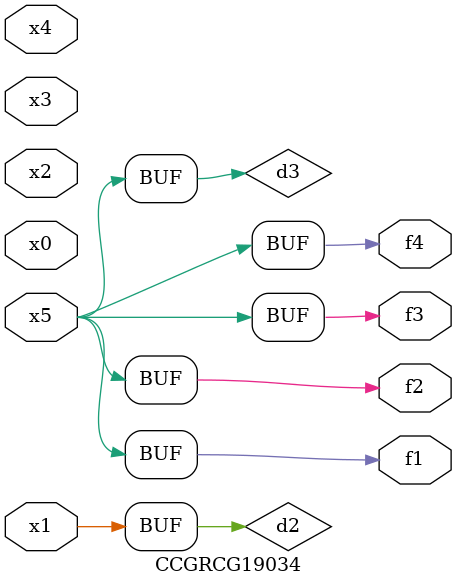
<source format=v>
module CCGRCG19034(
	input x0, x1, x2, x3, x4, x5,
	output f1, f2, f3, f4
);

	wire d1, d2, d3;

	not (d1, x5);
	or (d2, x1);
	xnor (d3, d1);
	assign f1 = d3;
	assign f2 = d3;
	assign f3 = d3;
	assign f4 = d3;
endmodule

</source>
